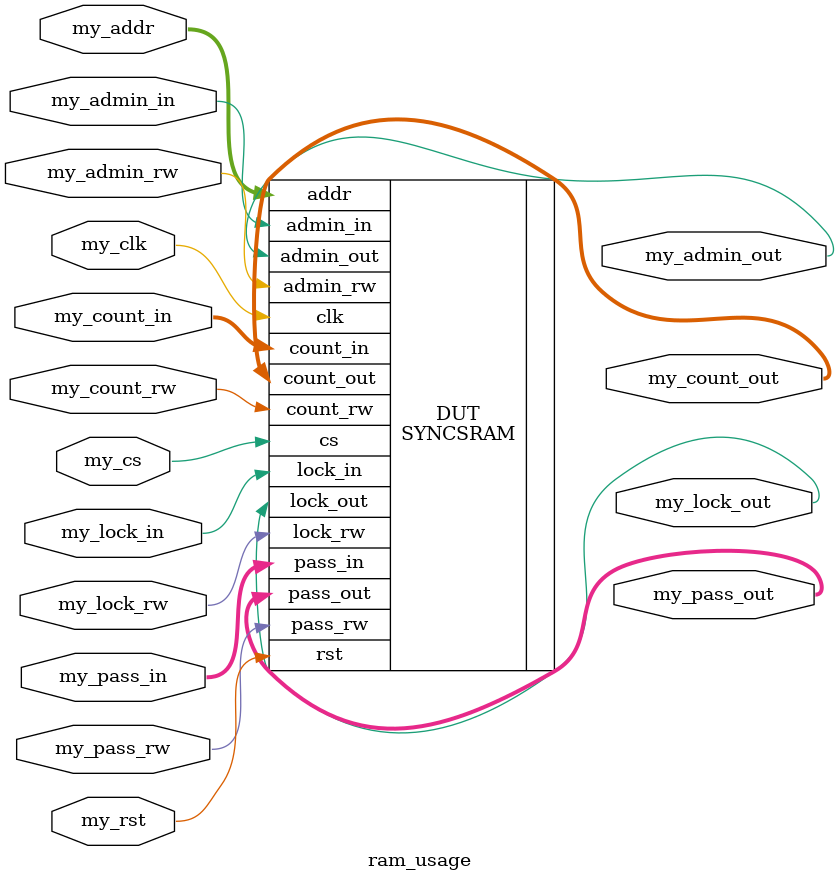
<source format=v>
`timescale 1ns / 1ps
module ram_usage(my_clk, my_rst, my_cs, my_pass_rw, my_admin_rw, my_lock_rw, my_count_rw,
 my_addr, my_pass_in, my_count_in, my_admin_in, my_lock_in, my_pass_out, my_count_out, my_admin_out, my_lock_out);

input my_clk, my_rst, my_cs, my_pass_rw, my_admin_rw, my_lock_rw, my_count_rw;
input [12:1]my_addr;
input [16:1]my_pass_in;
input [4:1] my_count_in;
input my_admin_in, my_lock_in;    
output [16:1]my_pass_out;
output [4:1] my_count_out;
output my_admin_out, my_lock_out;  
       
       
SYNCSRAM DUT(
          .clk(my_clk), 
          .rst(my_rst),
          .cs(my_cs),  //chip select
// read/write control   // read=0/write=1
          .pass_rw(my_pass_rw), 
          .admin_rw(my_admin_rw),
          .lock_rw(my_lock_rw),
          .count_rw(my_count_rw),
// address
          .addr(my_addr),// address
//input data
          .pass_in(my_pass_in),
          .count_in(my_count_in),
          .admin_in(my_admin_in),
          .lock_in(my_lock_in),
// output data
          .pass_out(my_pass_out), // data
          .count_out(my_count_out), // user try count
          .admin_out(my_admin_out),
          .lock_out(my_lock_out));
    
endmodule

</source>
